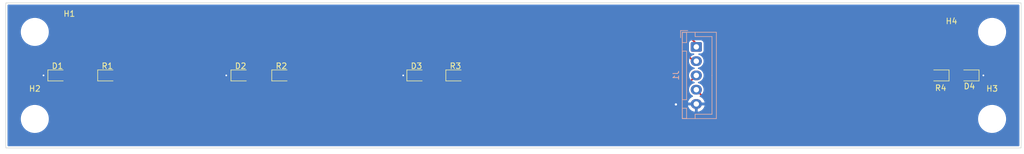
<source format=kicad_pcb>
(kicad_pcb (version 20211014) (generator pcbnew)
  (layers (0 "F.Cu" signal) (31 "B.Cu" power) (34 "B.Paste" user) (35 "F.Paste" user) (36 "B.SilkS" user "B.Silkscreen") (37 "F.SilkS" user "F.Silkscreen") (38 "B.Mask" user) (39 "F.Mask" user) (44 "Edge.Cuts" user))
  (net 0 "")
  (net 1 "GND")
  (net 2 "Net-(D1-Pad2)")
  (net 3 "Net-(D2-Pad2)")
  (net 4 "Net-(D3-Pad2)")
  (net 5 "Net-(D4-Pad2)")
  (net 6 "Net-(J1-Pad1)")
  (net 7 "Net-(J1-Pad2)")
  (net 8 "Net-(J1-Pad3)")
  (net 9 "Net-(J1-Pad4)")
  (footprint "LED_SMD:LED_0805_2012Metric" (layer "F.Cu") (at 127.79375 88.9)
    (fp_text reference "D3" (at 0 -1.65) (layer "F.SilkS"))
    (fp_text value "LED")
    (fp_line (start -1.685 -0.96) (end -1.685 0.96) (layer "F.SilkS") (width 0.12))
    (fp_line (start 1 -0.96) (end -1.685 -0.96) (layer "F.SilkS") (width 0.12))
    (fp_line (start -1.685 0.96) (end 1 0.96) (layer "F.SilkS") (width 0.12))
    (pad "1" smd roundrect locked (at -0.9375 0) (size 0.975 1.4) (layers "F.Cu" "F.Paste" "F.Mask") (net 1 "GND"))
    (pad "2" smd roundrect locked (at 0.9375 0) (size 0.975 1.4) (layers "F.Cu" "F.Paste" "F.Mask") (net 4 "Net-(D3-Pad2)"))
  )
  (footprint "LED_SMD:LED_0805_2012Metric" (layer "F.Cu") (at 219.3775 88.9 180)
    (fp_text reference "R4" (at -0.2225 -2.2) (layer "F.SilkS"))
    (fp_text value "250")
    (fp_line (start -1.685 0.96) (end 1 0.96) (layer "F.SilkS") (width 0.12))
    (fp_line (start 1 -0.96) (end -1.685 -0.96) (layer "F.SilkS") (width 0.12))
    (fp_line (start -1.685 -0.96) (end -1.685 0.96) (layer "F.SilkS") (width 0.12))
    (pad "1" smd roundrect locked (at -0.9375 0 180) (size 0.975 1.4) (layers "F.Cu" "F.Paste" "F.Mask") (net 5 "Net-(D4-Pad2)"))
    (pad "2" smd roundrect locked (at 0.9375 0 180) (size 0.975 1.4) (layers "F.Cu" "F.Paste" "F.Mask") (net 9 "Net-(J1-Pad4)"))
  )
  (footprint "MountingHole:MountingHole_4.3mm_M4" (layer "F.Cu") (at 60.96 81.28)
    (fp_text reference "H1" (at 6.04 -3.18) (layer "F.SilkS"))
    (fp_text value "MountingHole")
    (pad "" np_thru_hole circle locked (at 0 0) (size 4.3 4.3) (drill 4.3) (layers F&B.Cu *.Mask))
  )
  (footprint "LED_SMD:LED_0805_2012Metric" (layer "F.Cu") (at 64.92875 88.9)
    (fp_text reference "D1" (at 0 -1.65) (layer "F.SilkS"))
    (fp_text value "LED")
    (fp_line (start 1 -0.96) (end -1.685 -0.96) (layer "F.SilkS") (width 0.12))
    (fp_line (start -1.685 0.96) (end 1 0.96) (layer "F.SilkS") (width 0.12))
    (fp_line (start -1.685 -0.96) (end -1.685 0.96) (layer "F.SilkS") (width 0.12))
    (pad "1" smd roundrect locked (at -0.9375 0) (size 0.975 1.4) (layers "F.Cu" "F.Paste" "F.Mask") (net 1 "GND"))
    (pad "2" smd roundrect locked (at 0.9375 0) (size 0.975 1.4) (layers "F.Cu" "F.Paste" "F.Mask") (net 2 "Net-(D1-Pad2)"))
  )
  (footprint "LED_SMD:LED_0805_2012Metric" (layer "F.Cu") (at 134.62 88.9)
    (fp_text reference "R3" (at 0 -1.65) (layer "F.SilkS"))
    (fp_text value "250")
    (fp_line (start 1 -0.96) (end -1.685 -0.96) (layer "F.SilkS") (width 0.12))
    (fp_line (start -1.685 0.96) (end 1 0.96) (layer "F.SilkS") (width 0.12))
    (fp_line (start -1.685 -0.96) (end -1.685 0.96) (layer "F.SilkS") (width 0.12))
    (pad "1" smd roundrect locked (at -0.9375 0) (size 0.975 1.4) (layers "F.Cu" "F.Paste" "F.Mask") (net 4 "Net-(D3-Pad2)"))
    (pad "2" smd roundrect locked (at 0.9375 0) (size 0.975 1.4) (layers "F.Cu" "F.Paste" "F.Mask") (net 8 "Net-(J1-Pad3)"))
  )
  (footprint "MountingHole:MountingHole_4.3mm_M4" (layer "F.Cu") (at 228.6 96.52)
    (fp_text reference "H3" (at 0 -5.3) (layer "F.SilkS"))
    (fp_text value "MountingHole")
    (pad "" np_thru_hole circle locked (at 0 0) (size 4.3 4.3) (drill 4.3) (layers *.Cu *.Mask))
  )
  (footprint "LED_SMD:LED_0805_2012Metric" (layer "F.Cu") (at 73.66 88.9)
    (fp_text reference "R1" (at 0 -1.65) (layer "F.SilkS"))
    (fp_text value "250")
    (fp_line (start 1 -0.96) (end -1.685 -0.96) (layer "F.SilkS") (width 0.12))
    (fp_line (start -1.685 -0.96) (end -1.685 0.96) (layer "F.SilkS") (width 0.12))
    (fp_line (start -1.685 0.96) (end 1 0.96) (layer "F.SilkS") (width 0.12))
    (pad "1" smd roundrect locked (at -0.9375 0) (size 0.975 1.4) (layers "F.Cu" "F.Paste" "F.Mask") (net 2 "Net-(D1-Pad2)"))
    (pad "2" smd roundrect locked (at 0.9375 0) (size 0.975 1.4) (layers "F.Cu" "F.Paste" "F.Mask") (net 6 "Net-(J1-Pad1)"))
  )
  (footprint "LED_SMD:LED_0805_2012Metric" (layer "F.Cu") (at 96.99625 88.9)
    (fp_text reference "D2" (at 0 -1.65) (layer "F.SilkS"))
    (fp_text value "LED")
    (fp_line (start 1 -0.96) (end -1.685 -0.96) (layer "F.SilkS") (width 0.12))
    (fp_line (start -1.685 -0.96) (end -1.685 0.96) (layer "F.SilkS") (width 0.12))
    (fp_line (start -1.685 0.96) (end 1 0.96) (layer "F.SilkS") (width 0.12))
    (pad "1" smd roundrect locked (at -0.9375 0) (size 0.975 1.4) (layers "F.Cu" "F.Paste" "F.Mask") (net 1 "GND"))
    (pad "2" smd roundrect locked (at 0.9375 0) (size 0.975 1.4) (layers "F.Cu" "F.Paste" "F.Mask") (net 3 "Net-(D2-Pad2)"))
  )
  (footprint "MountingHole:MountingHole_4.3mm_M4" (layer "F.Cu") (at 60.96 96.52)
    (fp_text reference "H2" (at 0 -5.3) (layer "F.SilkS"))
    (fp_text value "MountingHole")
    (pad "" np_thru_hole circle locked (at 0 0) (size 4.3 4.3) (drill 4.3) (layers F&B.Cu *.Mask))
  )
  (footprint "MountingHole:MountingHole_4.3mm_M4" (layer "F.Cu") (at 228.6 81.28)
    (fp_text reference "H4" (at -7.1 -1.88) (layer "F.SilkS"))
    (fp_text value "MountingHole")
    (pad "" np_thru_hole circle locked (at 0 0) (size 4.3 4.3) (drill 4.3) (layers *.Cu *.Mask))
  )
  (footprint "LED_SMD:LED_0805_2012Metric" (layer "F.Cu") (at 224.63125 88.9 180)
    (fp_text reference "D4" (at 0 -1.9) (layer "F.SilkS"))
    (fp_text value "LED")
    (fp_line (start 1 -0.96) (end -1.685 -0.96) (layer "F.SilkS") (width 0.12))
    (fp_line (start -1.685 -0.96) (end -1.685 0.96) (layer "F.SilkS") (width 0.12))
    (fp_line (start -1.685 0.96) (end 1 0.96) (layer "F.SilkS") (width 0.12))
    (pad "1" smd roundrect locked (at -0.9375 0 180) (size 0.975 1.4) (layers "F.Cu" "F.Paste" "F.Mask") (net 1 "GND"))
    (pad "2" smd roundrect locked (at 0.9375 0 180) (size 0.975 1.4) (layers "F.Cu" "F.Paste" "F.Mask") (net 5 "Net-(D4-Pad2)"))
  )
  (footprint "LED_SMD:LED_0805_2012Metric" (layer "F.Cu") (at 104.14 88.9)
    (fp_text reference "R2" (at 0 -1.65) (layer "F.SilkS"))
    (fp_text value "250")
    (fp_line (start 1 -0.96) (end -1.685 -0.96) (layer "F.SilkS") (width 0.12))
    (fp_line (start -1.685 0.96) (end 1 0.96) (layer "F.SilkS") (width 0.12))
    (fp_line (start -1.685 -0.96) (end -1.685 0.96) (layer "F.SilkS") (width 0.12))
    (pad "1" smd roundrect locked (at -0.9375 0) (size 0.975 1.4) (layers "F.Cu" "F.Paste" "F.Mask") (net 3 "Net-(D2-Pad2)"))
    (pad "2" smd roundrect locked (at 0.9375 0) (size 0.975 1.4) (layers "F.Cu" "F.Paste" "F.Mask") (net 7 "Net-(J1-Pad2)"))
  )
  (footprint "Connector_JST:JST_XH_B5B-XH-A_1x05_P2.50mm_Vertical" (layer "B.Cu") (at 176.801 83.9 -90)
    (fp_text reference "J1" (at 5 3.55 90) (layer "B.SilkS") (effects (justify mirror)))
    (fp_text value "Conn_01x05_Male")
    (fp_line (start 0.75 2.45) (end 0.75 1.7) (layer "B.SilkS") (width 0.12))
    (fp_line (start 12.55 0.2) (end 11.8 0.2) (layer "B.SilkS") (width 0.12))
    (fp_line (start -1.8 -2.75) (end 5 -2.75) (layer "B.SilkS") (width 0.12))
    (fp_line (start -1.8 0.2) (end -1.8 -2.75) (layer "B.SilkS") (width 0.12))
    (fp_line (start -2.55 1.7) (end -0.75 1.7) (layer "B.SilkS") (width 0.12))
    (fp_line (start -2.56 2.46) (end -2.56 -3.51) (layer "B.SilkS") (width 0.12))
    (fp_line (start 12.56 2.46) (end -2.56 2.46) (layer "B.SilkS") (width 0.12))
    (fp_line (start 9.25 1.7) (end 9.25 2.45) (layer "B.SilkS") (width 0.12))
    (fp_line (start 10.75 1.7) (end 12.55 1.7) (layer "B.SilkS") (width 0.12))
    (fp_line (start -0.75 2.45) (end -2.55 2.45) (layer "B.SilkS") (width 0.12))
    (fp_line (start -1.6 2.75) (end -2.85 2.75) (layer "B.SilkS") (width 0.12))
    (fp_line (start -2.85 2.75) (end -2.85 1.5) (layer "B.SilkS") (width 0.12))
    (fp_line (start 0.75 1.7) (end 9.25 1.7) (layer "B.SilkS") (width 0.12))
    (fp_line (start 9.25 2.45) (end 0.75 2.45) (layer "B.SilkS") (width 0.12))
    (fp_line (start -2.55 0.2) (end -1.8 0.2) (layer "B.SilkS") (width 0.12))
    (fp_line (start 12.56 -3.51) (end 12.56 2.46) (layer "B.SilkS") (width 0.12))
    (fp_line (start 11.8 0.2) (end 11.8 -2.75) (layer "B.SilkS") (width 0.12))
    (fp_line (start 12.55 1.7) (end 12.55 2.45) (layer "B.SilkS") (width 0.12))
    (fp_line (start -2.55 2.45) (end -2.55 1.7) (layer "B.SilkS") (width 0.12))
    (fp_line (start 11.8 -2.75) (end 5 -2.75) (layer "B.SilkS") (width 0.12))
    (fp_line (start -2.56 -3.51) (end 12.56 -3.51) (layer "B.SilkS") (width 0.12))
    (fp_line (start -0.75 1.7) (end -0.75 2.45) (layer "B.SilkS") (width 0.12))
    (fp_line (start 12.55 2.45) (end 10.75 2.45) (layer "B.SilkS") (width 0.12))
    (fp_line (start 10.75 2.45) (end 10.75 1.7) (layer "B.SilkS") (width 0.12))
    (pad "1" thru_hole roundrect locked (at 0 0 270) (size 1.7 1.95) (drill 0.95) (layers *.Cu *.Mask) (roundrect_rratio 0.147059) (net 6 "Net-(J1-Pad1)"))
    (pad "2" thru_hole oval locked (at 2.5 0 270) (size 1.7 1.95) (drill 0.95) (layers *.Cu *.Mask) (net 7 "Net-(J1-Pad2)"))
    (pad "3" thru_hole oval locked (at 5 0 270) (size 1.7 1.95) (drill 0.95) (layers *.Cu *.Mask) (net 8 "Net-(J1-Pad3)"))
    (pad "4" thru_hole oval locked (at 7.5 0 270) (size 1.7 1.95) (drill 0.95) (layers *.Cu *.Mask) (net 9 "Net-(J1-Pad4)"))
    (pad "5" thru_hole oval locked (at 10 0 270) (size 1.7 1.95) (drill 0.95) (layers *.Cu *.Mask) (net 1 "GND"))
  )
  (gr_rect (start 55.88 76.2) (end 233.68 101.6) (layer "Edge.Cuts") (width 0.1) (fill none))
  (segment (start 63.99125 88.9) (end 62.484 88.9) (width 0.5) (layer "F.Cu") (net 1))
  (segment (start 173.308 93.9) (end 173.228 93.98) (width 0.25) (layer "F.Cu") (net 1))
  (segment (start 176.801 93.9) (end 173.308 93.9) (width 0.25) (layer "F.Cu") (net 1))
  (segment (start 96.05875 88.9) (end 94.488 88.9) (width 0.5) (layer "F.Cu") (net 1))
  (segment (start 225.56875 88.9) (end 227.076 88.9) (width 0.5) (layer "F.Cu") (net 1))
  (segment (start 126.85625 88.9) (end 125.476 88.9) (width 0.5) (layer "F.Cu") (net 1))
  (via (at 173.228 93.98) (size 0.8) (drill 0.4) (layers "F.Cu" "B.Cu") (net 1))
  (via (at 94.488 88.9) (size 0.7) (drill 0.3) (layers "F.Cu" "B.Cu") (net 1))
  (via (at 227.076 88.9) (size 0.7) (drill 0.3) (layers "F.Cu" "B.Cu") (net 1))
  (via (at 125.476 88.9) (size 0.7) (drill 0.3) (layers "F.Cu" "B.Cu") (net 1))
  (via (at 62.484 88.9) (size 0.7) (drill 0.3) (layers "F.Cu" "B.Cu") (net 1))
  (segment (start 67.89825 86.868) (end 65.86625 88.9) (width 0.3) (layer "F.Cu") (net 2))
  (segment (start 71.12 86.868) (end 67.89825 86.868) (width 0.3) (layer "F.Cu") (net 2))
  (segment (start 72.7225 88.4705) (end 71.12 86.868) (width 0.3) (layer "F.Cu") (net 2))
  (segment (start 72.7225 88.9) (end 72.7225 88.4705) (width 0.3) (layer "F.Cu") (net 2))
  (segment (start 103.2025 88.9) (end 101.6785 87.376) (width 0.3) (layer "F.Cu") (net 3))
  (segment (start 99.45775 87.376) (end 97.93375 88.9) (width 0.3) (layer "F.Cu") (net 3))
  (segment (start 101.6785 87.376) (end 99.45775 87.376) (width 0.3) (layer "F.Cu") (net 3))
  (segment (start 130.25525 90.424) (end 128.73125 88.9) (width 0.3) (layer "F.Cu") (net 4))
  (segment (start 132.1585 90.424) (end 130.25525 90.424) (width 0.3) (layer "F.Cu") (net 4))
  (segment (start 133.6825 88.9) (end 132.1585 90.424) (width 0.3) (layer "F.Cu") (net 4))
  (segment (start 220.315 88.9) (end 220.315 89.759) (width 0.3) (layer "F.Cu") (net 5))
  (segment (start 223.69375 89.74225) (end 223.69375 88.9) (width 0.3) (layer "F.Cu") (net 5))
  (segment (start 222.504 90.932) (end 223.69375 89.74225) (width 0.3) (layer "F.Cu") (net 5))
  (segment (start 221.488 90.932) (end 222.504 90.932) (width 0.3) (layer "F.Cu") (net 5))
  (segment (start 220.315 89.759) (end 221.488 90.932) (width 0.3) (layer "F.Cu") (net 5))
  (segment (start 171.704 78.232) (end 79.756 78.232) (width 0.3) (layer "F.Cu") (net 6))
  (segment (start 74.5975 83.3905) (end 74.5975 88.9) (width 0.3) (layer "F.Cu") (net 6))
  (segment (start 176.801 83.9) (end 176.801 83.329) (width 0.3) (layer "F.Cu") (net 6))
  (segment (start 176.801 83.329) (end 171.704 78.232) (width 0.3) (layer "F.Cu") (net 6))
  (segment (start 79.756 78.232) (end 74.5975 83.3905) (width 0.3) (layer "F.Cu") (net 6))
  (segment (start 176.801 86.4) (end 176.316 86.4) (width 0.3) (layer "F.Cu") (net 7))
  (segment (start 112.1895 81.788) (end 105.0775 88.9) (width 0.3) (layer "F.Cu") (net 7))
  (segment (start 176.316 86.4) (end 171.704 81.788) (width 0.3) (layer "F.Cu") (net 7))
  (segment (start 171.704 81.788) (end 112.1895 81.788) (width 0.3) (layer "F.Cu") (net 7))
  (segment (start 176.784 88.9) (end 172.212 93.472) (width 0.3) (layer "F.Cu") (net 8))
  (segment (start 172.212 93.472) (end 140.1295 93.472) (width 0.3) (layer "F.Cu") (net 8))
  (segment (start 140.1295 93.472) (end 135.5575 88.9) (width 0.3) (layer "F.Cu") (net 8))
  (segment (start 176.801 88.9) (end 176.784 88.9) (width 0.3) (layer "F.Cu") (net 8))
  (segment (start 181.356 96.012) (end 211.328 96.012) (width 0.3) (layer "F.Cu") (net 9))
  (segment (start 176.801 91.457) (end 181.356 96.012) (width 0.3) (layer "F.Cu") (net 9))
  (segment (start 211.328 96.012) (end 218.44 88.9) (width 0.3) (layer "F.Cu") (net 9))
  (segment (start 176.801 91.4) (end 176.801 91.457) (width 0.3) (layer "F.Cu") (net 9))
  (zone (net 1) (net_name "GND") (layer "B.Cu") (connect_pads (clearance 0.3)) (min_thickness 0.25) (fill yes (thermal_gap 0.5) (thermal_bridge_width 0.5))
    (polygon (pts (xy 234.188 102.108) (xy 54.864 102.616) (xy 54.864 75.692) (xy 234.188 75.692)))
  )
)
</source>
